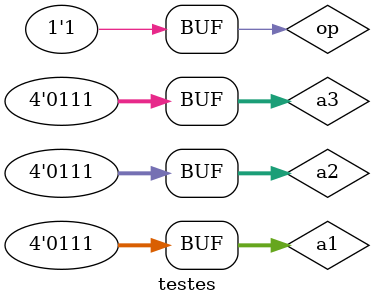
<source format=v>


module halfadder(s, c, a, b);
	input  a, b;
		output s, c;
	
	xor XOR1 (s, a, b);
	and AND1 (c, a, b);
	
endmodule // end module halfladder


module halfsub (s, bout, a, b);
	input  a, b;
	output s, bout;
	
	wire s0, na;
	
	xor XOR1 (   s, a, b);
	not NOT1 (  na, a);
	and AND1 (bout,na, b);
	
endmodule // end module halfsub


module ex01(s, a, op);
	output[3:0] s;
	input [3:0] a;
	input 		op;
	
	xor XOR1(s[0],a[0],op);
	xor XOR2(s[1],a[1],op);
	xor XOR3(s[2],a[2],op);
	xor XOR4(s[3],a[3],op);
	
endmodule // end module ex01


module ex02(s, a, op);
	output[4:0] s;
	input [3:0] a;
	input 		op;
	wire  [3:0]	s0;
	wire		c1,c2,c3;
	
	ex01 EX1 (s0, a, op);
	
	halfadder ADDER1 (s[0],c1,op,s0[0]);
	halfadder ADDER2 (s[1],c2,c1,s0[1]);
	halfadder ADDER3 (s[2],c3,c2,s0[2]);
	halfadder ADDER4 (s[3],s[4],c3,s0[3]);

endmodule // end module ex02


module ex03(s, a, op);
	output[4:0] s;
	input [3:0] a;
	input 		op;
	wire  [3:0]	s0;
	wire		b1,b2,b3;
	
	ex01 EX1 (s0, a, op);
	
	halfsub SUB1 (s[0],b1,op,s0[0]);
	halfsub SUB2 (s[1],b2,b1,s0[1]);
	halfsub SUB3 (s[2],b3,b2,s0[2]);
	halfsub SUB4 (s[3],s[4],b3,s0[3]);

endmodule // end module ex03

module testes;
	reg [3:0] a1,a2,a3; 
	wire[3:0] s1;
	wire[4:0] s2,s3;
	reg		 op;
	
	ex01 EX1 (s1,a1,op);
	ex02 EX2 (s2,a2,op);
	ex03 EX3 (s3,a3,op);
	
	initial begin
$display("Andre Sulivam 391998");
$display("Guia 07\n");
		#1 a1 = 4'b0010; a2 = 4'b0010; a3 = 4'b0010; op = 0;
		$monitor("OPERADOR = %b\n Ex01: a = %4b, s = %4b\n Ex02: a = %4b, s = %5b \n Ex03: a = %4b, s = %5b\n",op,a1,s1,a2,s2,a3,s3);
		#1 a1 = 4'b0010; a2 = 4'b0010; a3 = 4'b0010; op = 1;
		#1 a1 = 4'b1010; a2 = 4'b1010; a3 = 4'b1010; op = 0;
		#1 a1 = 4'b1010; a2 = 4'b1010; a3 = 4'b1010; op = 1;
		#1 a1 = 4'b1110; a2 = 4'b1110; a3 = 4'b1110; op = 0;
		#1 a1 = 4'b1110; a2 = 4'b1110; a3 = 4'b1110; op = 1;
		#1 a1 = 4'b0111; a2 = 4'b0111; a3 = 4'b0111; op = 0;
		#1 a1 = 4'b0111; a2 = 4'b0111; a3 = 4'b0111; op = 1;
	end
endmodule // end module testes

/* 
 Andre Sulivam 391998
    Guia 07
    
    OPERADOR = 0
     Ex01: a = 0010, s = 0010
     Ex02: a = 0010, s = 00010 
     Ex03: a = 0010, s = 00110
    
    OPERADOR = 1
     Ex01: a = 0010, s = 1101
     Ex02: a = 0010, s = 01110 
     Ex03: a = 0010, s = 00100
    
    OPERADOR = 0
     Ex01: a = 1010, s = 1010
     Ex02: a = 1010, s = 01010 
     Ex03: a = 1010, s = 11110
    
    OPERADOR = 1
     Ex01: a = 1010, s = 0101
     Ex02: a = 1010, s = 00110 
     Ex03: a = 1010, s = 01100
    
    OPERADOR = 0
     Ex01: a = 1110, s = 1110
     Ex02: a = 1110, s = 01110 
     Ex03: a = 1110, s = 11010
    
    OPERADOR = 1
     Ex01: a = 1110, s = 0001
     Ex02: a = 1110, s = 00010 
     Ex03: a = 1110, s = 00000
    
    OPERADOR = 0
     Ex01: a = 0111, s = 0111
     Ex02: a = 0111, s = 00111 
     Ex03: a = 0111, s = 01101
    
    OPERADOR = 1
     Ex01: a = 0111, s = 1000
     Ex02: a = 0111, s = 01001 
     Ex03: a = 0111, s = 11001

*/
</source>
